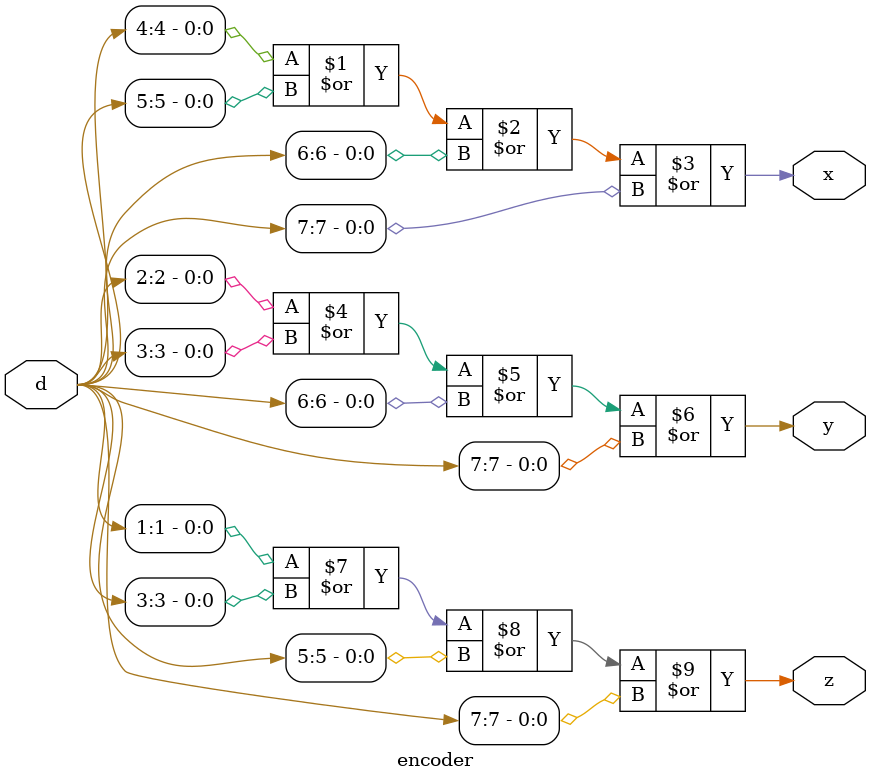
<source format=v>
module encoder (
	input [7:0] d,
	output x,y,z
);

assign x= d[4] | d[5] | d[6] | d[7] ;
assign y= d[2] | d[3] | d[6] | d[7] ;
assign z= d[1] | d[3] | d[5] | d[7] ;

endmodule 

</source>
